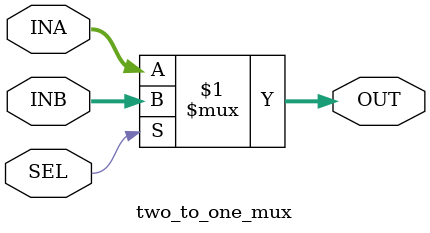
<source format=v>
module two_to_one_mux (INA,INB,OUT,SEL);
 input [7:0] INA;
 input [7:0] INB;
 input SEL;
 
 output [7:0] OUT;
 
 assign OUT = SEL ? INB : INA;

endmodule
</source>
